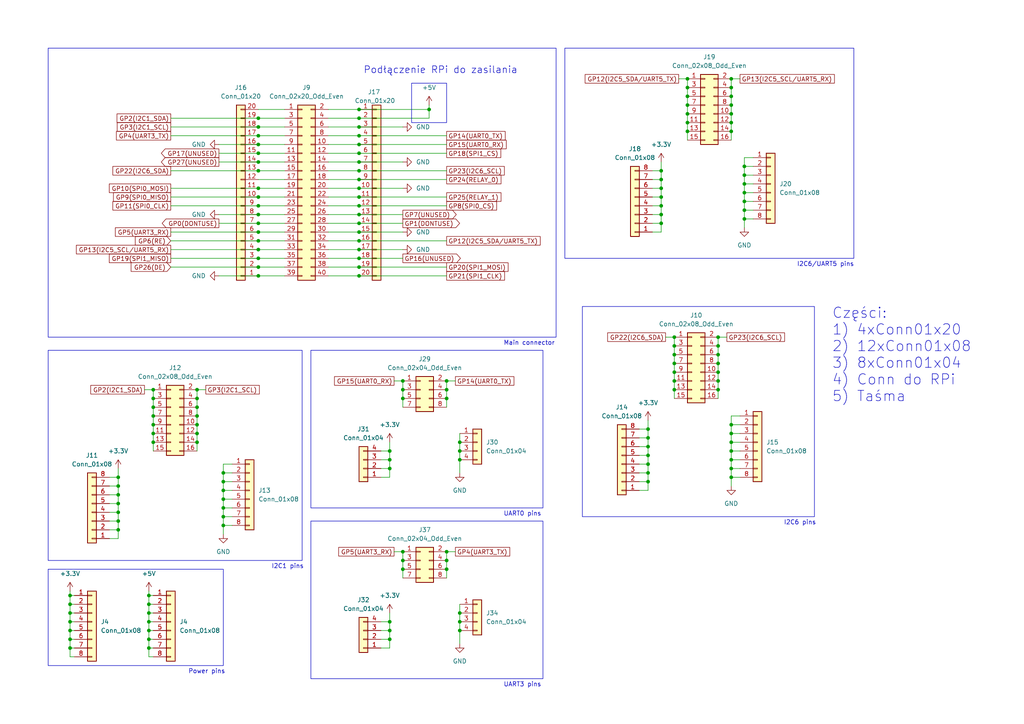
<source format=kicad_sch>
(kicad_sch (version 20230121) (generator eeschema)
  (paper "A4")
  (lib_symbols
    (symbol "Connector_Generic:Conn_01x04" (pin_names (offset 1.016) hide)
      (property "Reference" "J" (at 0 5.08 0))
      (property "Value" "Conn_01x04" (at 0 -7.62 0))
      (symbol "Conn_01x04_1_1"
        (pin passive line (at -5.08 2.54 0) (length 3.81) (name "Pin_1") (number "1"))
        (pin passive line (at -5.08 0 0) (length 3.81) (name "Pin_2") (number "2"))
        (pin passive line (at -5.08 -2.54 0) (length 3.81) (name "Pin_3") (number "3"))
        (pin passive line (at -5.08 -5.08 0) (length 3.81) (name "Pin_4") (number "4"))
      )
    )
    (symbol "Connector_Generic:Conn_01x08" (pin_names (offset 1.016) hide)
      (property "Reference" "J" (at 0 10.16 0))
      (property "Value" "Conn_01x08" (at 0 -12.7 0))
      (symbol "Conn_01x08_1_1"
        (pin passive line (at -5.08 7.62 0) (length 3.81) (name "Pin_1") (number "1"))
        (pin passive line (at -5.08 5.08 0) (length 3.81) (name "Pin_2") (number "2"))
        (pin passive line (at -5.08 2.54 0) (length 3.81) (name "Pin_3") (number "3"))
        (pin passive line (at -5.08 0 0) (length 3.81) (name "Pin_4") (number "4"))
        (pin passive line (at -5.08 -2.54 0) (length 3.81) (name "Pin_5") (number "5"))
        (pin passive line (at -5.08 -5.08 0) (length 3.81) (name "Pin_6") (number "6"))
        (pin passive line (at -5.08 -7.62 0) (length 3.81) (name "Pin_7") (number "7"))
        (pin passive line (at -5.08 -10.16 0) (length 3.81) (name "Pin_8") (number "8"))
      )
    )
    (symbol "Connector_Generic:Conn_01x20" (pin_names (offset 1.016) hide)
      (property "Reference" "J" (at 0 25.4 0))
      (property "Value" "Conn_01x20" (at 0 -27.94 0))
      (symbol "Conn_01x20_1_1"
        (pin passive line (at -5.08 22.86 0) (length 3.81) (name "Pin_1") (number "1"))
        (pin passive line (at -5.08 0 0) (length 3.81) (name "Pin_10") (number "10"))
        (pin passive line (at -5.08 -2.54 0) (length 3.81) (name "Pin_11") (number "11"))
        (pin passive line (at -5.08 -5.08 0) (length 3.81) (name "Pin_12") (number "12"))
        (pin passive line (at -5.08 -7.62 0) (length 3.81) (name "Pin_13") (number "13"))
        (pin passive line (at -5.08 -10.16 0) (length 3.81) (name "Pin_14") (number "14"))
        (pin passive line (at -5.08 -12.7 0) (length 3.81) (name "Pin_15") (number "15"))
        (pin passive line (at -5.08 -15.24 0) (length 3.81) (name "Pin_16") (number "16"))
        (pin passive line (at -5.08 -17.78 0) (length 3.81) (name "Pin_17") (number "17"))
        (pin passive line (at -5.08 -20.32 0) (length 3.81) (name "Pin_18") (number "18"))
        (pin passive line (at -5.08 -22.86 0) (length 3.81) (name "Pin_19") (number "19"))
        (pin passive line (at -5.08 20.32 0) (length 3.81) (name "Pin_2") (number "2"))
        (pin passive line (at -5.08 -25.4 0) (length 3.81) (name "Pin_20") (number "20"))
        (pin passive line (at -5.08 17.78 0) (length 3.81) (name "Pin_3") (number "3"))
        (pin passive line (at -5.08 15.24 0) (length 3.81) (name "Pin_4") (number "4"))
        (pin passive line (at -5.08 12.7 0) (length 3.81) (name "Pin_5") (number "5"))
        (pin passive line (at -5.08 10.16 0) (length 3.81) (name "Pin_6") (number "6"))
        (pin passive line (at -5.08 7.62 0) (length 3.81) (name "Pin_7") (number "7"))
        (pin passive line (at -5.08 5.08 0) (length 3.81) (name "Pin_8") (number "8"))
        (pin passive line (at -5.08 2.54 0) (length 3.81) (name "Pin_9") (number "9"))
      )
    )
    (symbol "Connector_Generic:Conn_02x04_Odd_Even" (pin_names (offset 1.016) hide)
      (property "Reference" "J" (at 1.27 5.08 0))
      (property "Value" "Conn_02x04_Odd_Even" (at 1.27 -7.62 0))
      (symbol "Conn_02x04_Odd_Even_1_1"
        (pin passive line (at -5.08 2.54 0) (length 3.81) (name "Pin_1") (number "1"))
        (pin passive line (at 7.62 2.54 180) (length 3.81) (name "Pin_2") (number "2"))
        (pin passive line (at -5.08 0 0) (length 3.81) (name "Pin_3") (number "3"))
        (pin passive line (at 7.62 0 180) (length 3.81) (name "Pin_4") (number "4"))
        (pin passive line (at -5.08 -2.54 0) (length 3.81) (name "Pin_5") (number "5"))
        (pin passive line (at 7.62 -2.54 180) (length 3.81) (name "Pin_6") (number "6"))
        (pin passive line (at -5.08 -5.08 0) (length 3.81) (name "Pin_7") (number "7"))
        (pin passive line (at 7.62 -5.08 180) (length 3.81) (name "Pin_8") (number "8"))
      )
    )
    (symbol "Connector_Generic:Conn_02x08_Odd_Even" (pin_names (offset 1.016) hide)
      (property "Reference" "J" (at 1.27 10.16 0))
      (property "Value" "Conn_02x08_Odd_Even" (at 1.27 -12.7 0))
      (symbol "Conn_02x08_Odd_Even_1_1"
        (pin passive line (at -5.08 7.62 0) (length 3.81) (name "Pin_1") (number "1"))
        (pin passive line (at 7.62 -2.54 180) (length 3.81) (name "Pin_10") (number "10"))
        (pin passive line (at -5.08 -5.08 0) (length 3.81) (name "Pin_11") (number "11"))
        (pin passive line (at 7.62 -5.08 180) (length 3.81) (name "Pin_12") (number "12"))
        (pin passive line (at -5.08 -7.62 0) (length 3.81) (name "Pin_13") (number "13"))
        (pin passive line (at 7.62 -7.62 180) (length 3.81) (name "Pin_14") (number "14"))
        (pin passive line (at -5.08 -10.16 0) (length 3.81) (name "Pin_15") (number "15"))
        (pin passive line (at 7.62 -10.16 180) (length 3.81) (name "Pin_16") (number "16"))
        (pin passive line (at 7.62 7.62 180) (length 3.81) (name "Pin_2") (number "2"))
        (pin passive line (at -5.08 5.08 0) (length 3.81) (name "Pin_3") (number "3"))
        (pin passive line (at 7.62 5.08 180) (length 3.81) (name "Pin_4") (number "4"))
        (pin passive line (at -5.08 2.54 0) (length 3.81) (name "Pin_5") (number "5"))
        (pin passive line (at 7.62 2.54 180) (length 3.81) (name "Pin_6") (number "6"))
        (pin passive line (at -5.08 0 0) (length 3.81) (name "Pin_7") (number "7"))
        (pin passive line (at 7.62 0 180) (length 3.81) (name "Pin_8") (number "8"))
        (pin passive line (at -5.08 -2.54 0) (length 3.81) (name "Pin_9") (number "9"))
      )
    )
    (symbol "Connector_Generic:Conn_02x20_Odd_Even" (pin_names (offset 1.016) hide)
      (property "Reference" "J" (at 1.27 25.4 0))
      (property "Value" "Conn_02x20_Odd_Even" (at 1.27 -27.94 0))
      (symbol "Conn_02x20_Odd_Even_1_1"
        (pin passive line (at -5.08 22.86 0) (length 3.81) (name "Pin_1") (number "1"))
        (pin passive line (at 7.62 12.7 180) (length 3.81) (name "Pin_10") (number "10"))
        (pin passive line (at -5.08 10.16 0) (length 3.81) (name "Pin_11") (number "11"))
        (pin passive line (at 7.62 10.16 180) (length 3.81) (name "Pin_12") (number "12"))
        (pin passive line (at -5.08 7.62 0) (length 3.81) (name "Pin_13") (number "13"))
        (pin passive line (at 7.62 7.62 180) (length 3.81) (name "Pin_14") (number "14"))
        (pin passive line (at -5.08 5.08 0) (length 3.81) (name "Pin_15") (number "15"))
        (pin passive line (at 7.62 5.08 180) (length 3.81) (name "Pin_16") (number "16"))
        (pin passive line (at -5.08 2.54 0) (length 3.81) (name "Pin_17") (number "17"))
        (pin passive line (at 7.62 2.54 180) (length 3.81) (name "Pin_18") (number "18"))
        (pin passive line (at -5.08 0 0) (length 3.81) (name "Pin_19") (number "19"))
        (pin passive line (at 7.62 22.86 180) (length 3.81) (name "Pin_2") (number "2"))
        (pin passive line (at 7.62 0 180) (length 3.81) (name "Pin_20") (number "20"))
        (pin passive line (at -5.08 -2.54 0) (length 3.81) (name "Pin_21") (number "21"))
        (pin passive line (at 7.62 -2.54 180) (length 3.81) (name "Pin_22") (number "22"))
        (pin passive line (at -5.08 -5.08 0) (length 3.81) (name "Pin_23") (number "23"))
        (pin passive line (at 7.62 -5.08 180) (length 3.81) (name "Pin_24") (number "24"))
        (pin passive line (at -5.08 -7.62 0) (length 3.81) (name "Pin_25") (number "25"))
        (pin passive line (at 7.62 -7.62 180) (length 3.81) (name "Pin_26") (number "26"))
        (pin passive line (at -5.08 -10.16 0) (length 3.81) (name "Pin_27") (number "27"))
        (pin passive line (at 7.62 -10.16 180) (length 3.81) (name "Pin_28") (number "28"))
        (pin passive line (at -5.08 -12.7 0) (length 3.81) (name "Pin_29") (number "29"))
        (pin passive line (at -5.08 20.32 0) (length 3.81) (name "Pin_3") (number "3"))
        (pin passive line (at 7.62 -12.7 180) (length 3.81) (name "Pin_30") (number "30"))
        (pin passive line (at -5.08 -15.24 0) (length 3.81) (name "Pin_31") (number "31"))
        (pin passive line (at 7.62 -15.24 180) (length 3.81) (name "Pin_32") (number "32"))
        (pin passive line (at -5.08 -17.78 0) (length 3.81) (name "Pin_33") (number "33"))
        (pin passive line (at 7.62 -17.78 180) (length 3.81) (name "Pin_34") (number "34"))
        (pin passive line (at -5.08 -20.32 0) (length 3.81) (name "Pin_35") (number "35"))
        (pin passive line (at 7.62 -20.32 180) (length 3.81) (name "Pin_36") (number "36"))
        (pin passive line (at -5.08 -22.86 0) (length 3.81) (name "Pin_37") (number "37"))
        (pin passive line (at 7.62 -22.86 180) (length 3.81) (name "Pin_38") (number "38"))
        (pin passive line (at -5.08 -25.4 0) (length 3.81) (name "Pin_39") (number "39"))
        (pin passive line (at 7.62 20.32 180) (length 3.81) (name "Pin_4") (number "4"))
        (pin passive line (at 7.62 -25.4 180) (length 3.81) (name "Pin_40") (number "40"))
        (pin passive line (at -5.08 17.78 0) (length 3.81) (name "Pin_5") (number "5"))
        (pin passive line (at 7.62 17.78 180) (length 3.81) (name "Pin_6") (number "6"))
        (pin passive line (at -5.08 15.24 0) (length 3.81) (name "Pin_7") (number "7"))
        (pin passive line (at 7.62 15.24 180) (length 3.81) (name "Pin_8") (number "8"))
        (pin passive line (at -5.08 12.7 0) (length 3.81) (name "Pin_9") (number "9"))
      )
    )
    (symbol "power:+3.3V" (power) (pin_names (offset 0))
      (property "Value" "+3.3V" (at 0 3.556 0))
      (symbol "+3.3V_1_1"
        (pin power_in line (at 0 0 90) (length 0) hide (name "+3.3V") (number "1"))
      )
    )
    (symbol "power:+5V" (power) (pin_names (offset 0))
      (property "Value" "+5V" (at 0 3.556 0))
      (symbol "+5V_1_1"
        (pin power_in line (at 0 0 90) (length 0) hide (name "+5V") (number "1"))
      )
    )
    (symbol "power:GND" (power) (pin_names (offset 0))
      (property "Value" "GND" (at 0 -3.81 0))
      (symbol "GND_1_1"
        (pin power_in line (at 0 0 270) (length 0) hide (name "GND") (number "1"))
      )
    )
  )
  (junction (at 116.84 110.49))
  (junction (at 208.28 105.41))
  (junction (at 74.93 77.47))
  (junction (at 20.32 172.72))
  (junction (at 195.58 105.41))
  (junction (at 215.9 55.88))
  (junction (at 74.93 36.83))
  (junction (at 34.29 140.97))
  (junction (at 133.35 177.8))
  (junction (at 104.14 39.37))
  (junction (at 191.77 57.15))
  (junction (at 195.58 110.49))
  (junction (at 195.58 113.03))
  (junction (at 208.28 97.79))
  (junction (at 74.93 39.37))
  (junction (at 113.03 135.89))
  (junction (at 212.09 125.73))
  (junction (at 57.15 128.27))
  (junction (at 43.18 182.88))
  (junction (at 20.32 185.42))
  (junction (at 104.14 62.23))
  (junction (at 104.14 64.77))
  (junction (at 104.14 49.53))
  (junction (at 208.28 107.95))
  (junction (at 44.45 115.57))
  (junction (at 104.14 41.91))
  (junction (at 208.28 113.03))
  (junction (at 74.93 44.45))
  (junction (at 191.77 64.77))
  (junction (at 129.54 110.49))
  (junction (at 104.14 31.75))
  (junction (at 104.14 59.69))
  (junction (at 208.28 100.33))
  (junction (at 191.77 62.23))
  (junction (at 212.09 25.4))
  (junction (at 64.77 144.78))
  (junction (at 34.29 153.67))
  (junction (at 133.35 130.81))
  (junction (at 208.28 102.87))
  (junction (at 116.84 115.57))
  (junction (at 212.09 128.27))
  (junction (at 104.14 34.29))
  (junction (at 74.93 62.23))
  (junction (at 43.18 177.8))
  (junction (at 187.96 137.16))
  (junction (at 20.32 175.26))
  (junction (at 212.09 33.02))
  (junction (at 64.77 137.16))
  (junction (at 34.29 148.59))
  (junction (at 215.9 58.42))
  (junction (at 44.45 128.27))
  (junction (at 74.93 64.77))
  (junction (at 212.09 38.1))
  (junction (at 215.9 50.8))
  (junction (at 191.77 54.61))
  (junction (at 104.14 74.93))
  (junction (at 104.14 72.39))
  (junction (at 212.09 133.35))
  (junction (at 133.35 128.27))
  (junction (at 104.14 54.61))
  (junction (at 64.77 139.7))
  (junction (at 43.18 175.26))
  (junction (at 191.77 49.53))
  (junction (at 104.14 77.47))
  (junction (at 20.32 182.88))
  (junction (at 43.18 180.34))
  (junction (at 64.77 152.4))
  (junction (at 187.96 139.7))
  (junction (at 44.45 118.11))
  (junction (at 212.09 30.48))
  (junction (at 74.93 72.39))
  (junction (at 116.84 162.56))
  (junction (at 187.96 132.08))
  (junction (at 191.77 59.69))
  (junction (at 199.39 30.48))
  (junction (at 187.96 127))
  (junction (at 212.09 22.86))
  (junction (at 20.32 177.8))
  (junction (at 215.9 53.34))
  (junction (at 104.14 52.07))
  (junction (at 57.15 125.73))
  (junction (at 64.77 147.32))
  (junction (at 195.58 97.79))
  (junction (at 64.77 149.86))
  (junction (at 195.58 100.33))
  (junction (at 199.39 38.1))
  (junction (at 74.93 34.29))
  (junction (at 74.93 67.31))
  (junction (at 129.54 115.57))
  (junction (at 74.93 46.99))
  (junction (at 74.93 54.61))
  (junction (at 44.45 113.03))
  (junction (at 212.09 130.81))
  (junction (at 199.39 33.02))
  (junction (at 116.84 113.03))
  (junction (at 43.18 187.96))
  (junction (at 43.18 172.72))
  (junction (at 133.35 182.88))
  (junction (at 44.45 120.65))
  (junction (at 57.15 118.11))
  (junction (at 74.93 74.93))
  (junction (at 124.46 31.75))
  (junction (at 113.03 133.35))
  (junction (at 57.15 115.57))
  (junction (at 215.9 48.26))
  (junction (at 215.9 60.96))
  (junction (at 74.93 59.69))
  (junction (at 113.03 182.88))
  (junction (at 187.96 129.54))
  (junction (at 34.29 143.51))
  (junction (at 34.29 146.05))
  (junction (at 104.14 69.85))
  (junction (at 195.58 102.87))
  (junction (at 199.39 22.86))
  (junction (at 212.09 123.19))
  (junction (at 129.54 160.02))
  (junction (at 104.14 46.99))
  (junction (at 64.77 142.24))
  (junction (at 57.15 120.65))
  (junction (at 133.35 133.35))
  (junction (at 104.14 44.45))
  (junction (at 34.29 138.43))
  (junction (at 212.09 135.89))
  (junction (at 57.15 113.03))
  (junction (at 129.54 162.56))
  (junction (at 199.39 27.94))
  (junction (at 208.28 110.49))
  (junction (at 215.9 63.5))
  (junction (at 113.03 185.42))
  (junction (at 20.32 180.34))
  (junction (at 104.14 80.01))
  (junction (at 74.93 49.53))
  (junction (at 74.93 80.01))
  (junction (at 133.35 180.34))
  (junction (at 195.58 107.95))
  (junction (at 20.32 187.96))
  (junction (at 129.54 113.03))
  (junction (at 113.03 130.81))
  (junction (at 113.03 180.34))
  (junction (at 44.45 125.73))
  (junction (at 43.18 185.42))
  (junction (at 212.09 27.94))
  (junction (at 44.45 123.19))
  (junction (at 34.29 151.13))
  (junction (at 104.14 57.15))
  (junction (at 212.09 138.43))
  (junction (at 116.84 160.02))
  (junction (at 74.93 69.85))
  (junction (at 57.15 123.19))
  (junction (at 74.93 41.91))
  (junction (at 116.84 165.1))
  (junction (at 191.77 52.07))
  (junction (at 104.14 67.31))
  (junction (at 199.39 25.4))
  (junction (at 187.96 124.46))
  (junction (at 187.96 134.62))
  (junction (at 212.09 35.56))
  (junction (at 199.39 35.56))
  (junction (at 74.93 57.15))
  (junction (at 104.14 36.83))
  (junction (at 129.54 165.1))
  (wire (pts (xy 129.54 110.49) (xy 129.54 113.03)))
  (wire (pts (xy 214.63 138.43) (xy 212.09 138.43)))
  (wire (pts (xy 49.53 49.53) (xy 74.93 49.53)))
  (wire (pts (xy 95.25 31.75) (xy 104.14 31.75)))
  (wire (pts (xy 208.28 97.79) (xy 208.28 100.33)))
  (wire (pts (xy 104.14 44.45) (xy 129.54 44.45)))
  (wire (pts (xy 104.14 57.15) (xy 129.54 57.15)))
  (wire (pts (xy 218.44 55.88) (xy 215.9 55.88)))
  (wire (pts (xy 57.15 120.65) (xy 57.15 123.19)))
  (wire (pts (xy 95.25 74.93) (xy 104.14 74.93)))
  (wire (pts (xy 104.14 34.29) (xy 124.46 34.29)))
  (wire (pts (xy 57.15 123.19) (xy 57.15 125.73)))
  (wire (pts (xy 74.93 59.69) (xy 82.55 59.69)))
  (wire (pts (xy 20.32 175.26) (xy 20.32 177.8)))
  (wire (pts (xy 214.63 133.35) (xy 212.09 133.35)))
  (wire (pts (xy 187.96 142.24) (xy 187.96 139.7)))
  (wire (pts (xy 104.14 54.61) (xy 116.84 54.61)))
  (wire (pts (xy 116.84 160.02) (xy 116.84 162.56)))
  (wire (pts (xy 74.93 80.01) (xy 82.55 80.01)))
  (wire (pts (xy 187.96 129.54) (xy 187.96 127)))
  (wire (pts (xy 49.53 59.69) (xy 74.93 59.69)))
  (wire (pts (xy 185.42 127) (xy 187.96 127)))
  (wire (pts (xy 20.32 172.72) (xy 21.59 172.72)))
  (wire (pts (xy 41.91 113.03) (xy 44.45 113.03)))
  (wire (pts (xy 20.32 172.72) (xy 20.32 175.26)))
  (wire (pts (xy 189.23 52.07) (xy 191.77 52.07)))
  (wire (pts (xy 114.3 110.49) (xy 116.84 110.49)))
  (wire (pts (xy 215.9 55.88) (xy 215.9 58.42)))
  (wire (pts (xy 129.54 110.49) (xy 132.08 110.49)))
  (wire (pts (xy 113.03 130.81) (xy 113.03 128.27)))
  (wire (pts (xy 43.18 187.96) (xy 43.18 190.5)))
  (wire (pts (xy 31.75 143.51) (xy 34.29 143.51)))
  (wire (pts (xy 31.75 138.43) (xy 34.29 138.43)))
  (wire (pts (xy 104.14 39.37) (xy 129.54 39.37)))
  (wire (pts (xy 63.5 46.99) (xy 74.93 46.99)))
  (wire (pts (xy 129.54 160.02) (xy 129.54 162.56)))
  (wire (pts (xy 95.25 72.39) (xy 104.14 72.39)))
  (wire (pts (xy 113.03 130.81) (xy 113.03 133.35)))
  (wire (pts (xy 74.93 41.91) (xy 82.55 41.91)))
  (wire (pts (xy 212.09 33.02) (xy 212.09 35.56)))
  (wire (pts (xy 214.63 125.73) (xy 212.09 125.73)))
  (wire (pts (xy 114.3 160.02) (xy 116.84 160.02)))
  (wire (pts (xy 212.09 22.86) (xy 212.09 25.4)))
  (wire (pts (xy 110.49 187.96) (xy 113.03 187.96)))
  (wire (pts (xy 74.93 44.45) (xy 82.55 44.45)))
  (wire (pts (xy 31.75 140.97) (xy 34.29 140.97)))
  (wire (pts (xy 133.35 182.88) (xy 133.35 186.69)))
  (wire (pts (xy 215.9 50.8) (xy 215.9 53.34)))
  (wire (pts (xy 74.93 39.37) (xy 82.55 39.37)))
  (wire (pts (xy 113.03 187.96) (xy 113.03 185.42)))
  (wire (pts (xy 34.29 148.59) (xy 34.29 146.05)))
  (wire (pts (xy 110.49 185.42) (xy 113.03 185.42)))
  (wire (pts (xy 212.09 128.27) (xy 212.09 130.81)))
  (wire (pts (xy 57.15 113.03) (xy 57.15 115.57)))
  (wire (pts (xy 185.42 132.08) (xy 187.96 132.08)))
  (wire (pts (xy 218.44 48.26) (xy 215.9 48.26)))
  (wire (pts (xy 67.31 147.32) (xy 64.77 147.32)))
  (wire (pts (xy 185.42 139.7) (xy 187.96 139.7)))
  (wire (pts (xy 63.5 41.91) (xy 74.93 41.91)))
  (wire (pts (xy 57.15 128.27) (xy 57.15 130.81)))
  (wire (pts (xy 104.14 74.93) (xy 116.84 74.93)))
  (wire (pts (xy 20.32 177.8) (xy 20.32 180.34)))
  (wire (pts (xy 43.18 175.26) (xy 44.45 175.26)))
  (wire (pts (xy 187.96 139.7) (xy 187.96 137.16)))
  (wire (pts (xy 43.18 177.8) (xy 44.45 177.8)))
  (wire (pts (xy 20.32 180.34) (xy 20.32 182.88)))
  (wire (pts (xy 116.84 162.56) (xy 116.84 165.1)))
  (wire (pts (xy 212.09 30.48) (xy 212.09 33.02)))
  (wire (pts (xy 195.58 97.79) (xy 195.58 100.33)))
  (wire (pts (xy 212.09 22.86) (xy 214.63 22.86)))
  (wire (pts (xy 95.25 36.83) (xy 104.14 36.83)))
  (wire (pts (xy 215.9 58.42) (xy 215.9 60.96)))
  (wire (pts (xy 31.75 156.21) (xy 34.29 156.21)))
  (wire (pts (xy 110.49 180.34) (xy 113.03 180.34)))
  (wire (pts (xy 218.44 63.5) (xy 215.9 63.5)))
  (wire (pts (xy 20.32 187.96) (xy 21.59 187.96)))
  (wire (pts (xy 208.28 105.41) (xy 208.28 107.95)))
  (wire (pts (xy 74.93 31.75) (xy 82.55 31.75)))
  (wire (pts (xy 185.42 124.46) (xy 187.96 124.46)))
  (wire (pts (xy 218.44 58.42) (xy 215.9 58.42)))
  (wire (pts (xy 214.63 135.89) (xy 212.09 135.89)))
  (wire (pts (xy 34.29 153.67) (xy 34.29 151.13)))
  (wire (pts (xy 67.31 139.7) (xy 64.77 139.7)))
  (wire (pts (xy 191.77 49.53) (xy 191.77 52.07)))
  (wire (pts (xy 104.14 69.85) (xy 129.54 69.85)))
  (wire (pts (xy 74.93 49.53) (xy 82.55 49.53)))
  (wire (pts (xy 34.29 146.05) (xy 34.29 143.51)))
  (wire (pts (xy 43.18 175.26) (xy 43.18 177.8)))
  (wire (pts (xy 34.29 151.13) (xy 34.29 148.59)))
  (wire (pts (xy 43.18 182.88) (xy 43.18 185.42)))
  (wire (pts (xy 199.39 38.1) (xy 199.39 40.64)))
  (wire (pts (xy 20.32 185.42) (xy 21.59 185.42)))
  (wire (pts (xy 133.35 180.34) (xy 133.35 177.8)))
  (wire (pts (xy 214.63 120.65) (xy 212.09 120.65)))
  (wire (pts (xy 95.25 34.29) (xy 104.14 34.29)))
  (wire (pts (xy 215.9 48.26) (xy 215.9 50.8)))
  (wire (pts (xy 20.32 177.8) (xy 21.59 177.8)))
  (wire (pts (xy 187.96 124.46) (xy 187.96 121.92)))
  (wire (pts (xy 95.25 59.69) (xy 104.14 59.69)))
  (wire (pts (xy 74.93 64.77) (xy 82.55 64.77)))
  (wire (pts (xy 104.14 59.69) (xy 129.54 59.69)))
  (wire (pts (xy 212.09 35.56) (xy 212.09 38.1)))
  (wire (pts (xy 67.31 152.4) (xy 64.77 152.4)))
  (wire (pts (xy 189.23 57.15) (xy 191.77 57.15)))
  (wire (pts (xy 212.09 138.43) (xy 212.09 140.97)))
  (wire (pts (xy 74.93 57.15) (xy 82.55 57.15)))
  (wire (pts (xy 44.45 190.5) (xy 43.18 190.5)))
  (wire (pts (xy 74.93 36.83) (xy 82.55 36.83)))
  (wire (pts (xy 124.46 31.75) (xy 124.46 34.29)))
  (wire (pts (xy 74.93 52.07) (xy 82.55 52.07)))
  (wire (pts (xy 212.09 120.65) (xy 212.09 123.19)))
  (wire (pts (xy 104.14 31.75) (xy 124.46 31.75)))
  (wire (pts (xy 43.18 177.8) (xy 43.18 180.34)))
  (wire (pts (xy 64.77 147.32) (xy 64.77 149.86)))
  (wire (pts (xy 199.39 27.94) (xy 199.39 30.48)))
  (wire (pts (xy 212.09 25.4) (xy 212.09 27.94)))
  (wire (pts (xy 133.35 133.35) (xy 133.35 130.81)))
  (wire (pts (xy 187.96 124.46) (xy 187.96 127)))
  (wire (pts (xy 74.93 69.85) (xy 82.55 69.85)))
  (wire (pts (xy 74.93 77.47) (xy 82.55 77.47)))
  (wire (pts (xy 215.9 60.96) (xy 215.9 63.5)))
  (wire (pts (xy 185.42 137.16) (xy 187.96 137.16)))
  (wire (pts (xy 49.53 39.37) (xy 74.93 39.37)))
  (wire (pts (xy 31.75 151.13) (xy 34.29 151.13)))
  (wire (pts (xy 43.18 187.96) (xy 44.45 187.96)))
  (wire (pts (xy 191.77 62.23) (xy 191.77 59.69)))
  (wire (pts (xy 195.58 110.49) (xy 195.58 113.03)))
  (wire (pts (xy 110.49 133.35) (xy 113.03 133.35)))
  (wire (pts (xy 74.93 74.93) (xy 82.55 74.93)))
  (wire (pts (xy 187.96 132.08) (xy 187.96 129.54)))
  (wire (pts (xy 49.53 72.39) (xy 74.93 72.39)))
  (wire (pts (xy 95.25 54.61) (xy 104.14 54.61)))
  (wire (pts (xy 95.25 44.45) (xy 104.14 44.45)))
  (wire (pts (xy 20.32 171.45) (xy 20.32 172.72)))
  (wire (pts (xy 95.25 67.31) (xy 104.14 67.31)))
  (wire (pts (xy 199.39 25.4) (xy 199.39 27.94)))
  (wire (pts (xy 104.14 36.83) (xy 116.84 36.83)))
  (wire (pts (xy 191.77 67.31) (xy 191.77 64.77)))
  (wire (pts (xy 113.03 138.43) (xy 113.03 135.89)))
  (wire (pts (xy 64.77 134.62) (xy 64.77 137.16)))
  (wire (pts (xy 34.29 138.43) (xy 34.29 140.97)))
  (wire (pts (xy 104.14 72.39) (xy 116.84 72.39)))
  (wire (pts (xy 44.45 115.57) (xy 44.45 118.11)))
  (wire (pts (xy 129.54 162.56) (xy 129.54 165.1)))
  (wire (pts (xy 57.15 115.57) (xy 57.15 118.11)))
  (wire (pts (xy 199.39 30.48) (xy 199.39 33.02)))
  (wire (pts (xy 49.53 67.31) (xy 74.93 67.31)))
  (wire (pts (xy 212.09 135.89) (xy 212.09 138.43)))
  (wire (pts (xy 20.32 182.88) (xy 20.32 185.42)))
  (wire (pts (xy 31.75 153.67) (xy 34.29 153.67)))
  (wire (pts (xy 104.14 62.23) (xy 116.84 62.23)))
  (wire (pts (xy 191.77 49.53) (xy 191.77 46.99)))
  (wire (pts (xy 63.5 64.77) (xy 74.93 64.77)))
  (wire (pts (xy 191.77 54.61) (xy 191.77 52.07)))
  (wire (pts (xy 67.31 144.78) (xy 64.77 144.78)))
  (wire (pts (xy 189.23 67.31) (xy 191.77 67.31)))
  (wire (pts (xy 74.93 46.99) (xy 82.55 46.99)))
  (wire (pts (xy 104.14 52.07) (xy 129.54 52.07)))
  (wire (pts (xy 208.28 102.87) (xy 208.28 105.41)))
  (wire (pts (xy 74.93 34.29) (xy 82.55 34.29)))
  (wire (pts (xy 113.03 180.34) (xy 113.03 177.8)))
  (wire (pts (xy 116.84 115.57) (xy 116.84 118.11)))
  (wire (pts (xy 63.5 80.01) (xy 74.93 80.01)))
  (wire (pts (xy 20.32 190.5) (xy 21.59 190.5)))
  (wire (pts (xy 49.53 36.83) (xy 74.93 36.83)))
  (wire (pts (xy 195.58 113.03) (xy 195.58 115.57)))
  (wire (pts (xy 129.54 113.03) (xy 129.54 115.57)))
  (wire (pts (xy 44.45 113.03) (xy 44.45 115.57)))
  (wire (pts (xy 113.03 180.34) (xy 113.03 182.88)))
  (wire (pts (xy 133.35 182.88) (xy 133.35 180.34)))
  (wire (pts (xy 20.32 185.42) (xy 20.32 187.96)))
  (wire (pts (xy 214.63 130.81) (xy 212.09 130.81)))
  (wire (pts (xy 57.15 125.73) (xy 57.15 128.27)))
  (wire (pts (xy 44.45 172.72) (xy 43.18 172.72)))
  (wire (pts (xy 67.31 137.16) (xy 64.77 137.16)))
  (wire (pts (xy 215.9 63.5) (xy 215.9 66.04)))
  (wire (pts (xy 49.53 34.29) (xy 74.93 34.29)))
  (wire (pts (xy 95.25 39.37) (xy 104.14 39.37)))
  (wire (pts (xy 199.39 22.86) (xy 199.39 25.4)))
  (wire (pts (xy 133.35 130.81) (xy 133.35 128.27)))
  (wire (pts (xy 116.84 165.1) (xy 116.84 167.64)))
  (wire (pts (xy 95.25 80.01) (xy 104.14 80.01)))
  (wire (pts (xy 43.18 180.34) (xy 43.18 182.88)))
  (wire (pts (xy 95.25 57.15) (xy 104.14 57.15)))
  (wire (pts (xy 189.23 54.61) (xy 191.77 54.61)))
  (wire (pts (xy 215.9 53.34) (xy 215.9 55.88)))
  (wire (pts (xy 199.39 35.56) (xy 199.39 38.1)))
  (wire (pts (xy 57.15 118.11) (xy 57.15 120.65)))
  (wire (pts (xy 124.46 30.48) (xy 124.46 31.75)))
  (wire (pts (xy 187.96 137.16) (xy 187.96 134.62)))
  (wire (pts (xy 74.93 72.39) (xy 82.55 72.39)))
  (wire (pts (xy 104.14 77.47) (xy 129.54 77.47)))
  (wire (pts (xy 49.53 69.85) (xy 74.93 69.85)))
  (wire (pts (xy 49.53 54.61) (xy 74.93 54.61)))
  (wire (pts (xy 43.18 180.34) (xy 44.45 180.34)))
  (wire (pts (xy 133.35 175.26) (xy 133.35 177.8)))
  (wire (pts (xy 64.77 144.78) (xy 64.77 147.32)))
  (wire (pts (xy 34.29 143.51) (xy 34.29 140.97)))
  (wire (pts (xy 43.18 172.72) (xy 43.18 171.45)))
  (wire (pts (xy 67.31 134.62) (xy 64.77 134.62)))
  (wire (pts (xy 189.23 62.23) (xy 191.77 62.23)))
  (wire (pts (xy 43.18 185.42) (xy 44.45 185.42)))
  (wire (pts (xy 110.49 182.88) (xy 113.03 182.88)))
  (wire (pts (xy 218.44 53.34) (xy 215.9 53.34)))
  (wire (pts (xy 104.14 67.31) (xy 116.84 67.31)))
  (wire (pts (xy 95.25 41.91) (xy 104.14 41.91)))
  (wire (pts (xy 43.18 182.88) (xy 44.45 182.88)))
  (wire (pts (xy 44.45 128.27) (xy 44.45 130.81)))
  (wire (pts (xy 95.25 64.77) (xy 104.14 64.77)))
  (wire (pts (xy 212.09 123.19) (xy 212.09 125.73)))
  (wire (pts (xy 44.45 125.73) (xy 44.45 128.27)))
  (wire (pts (xy 212.09 130.81) (xy 212.09 133.35)))
  (wire (pts (xy 212.09 133.35) (xy 212.09 135.89)))
  (wire (pts (xy 110.49 135.89) (xy 113.03 135.89)))
  (wire (pts (xy 44.45 123.19) (xy 44.45 125.73)))
  (wire (pts (xy 104.14 49.53) (xy 129.54 49.53)))
  (wire (pts (xy 110.49 130.81) (xy 113.03 130.81)))
  (wire (pts (xy 64.77 152.4) (xy 64.77 154.94)))
  (wire (pts (xy 116.84 113.03) (xy 116.84 115.57)))
  (wire (pts (xy 104.14 80.01) (xy 129.54 80.01)))
  (wire (pts (xy 208.28 113.03) (xy 208.28 115.57)))
  (wire (pts (xy 67.31 149.86) (xy 64.77 149.86)))
  (wire (pts (xy 133.35 125.73) (xy 133.35 128.27)))
  (wire (pts (xy 218.44 45.72) (xy 215.9 45.72)))
  (wire (pts (xy 74.93 54.61) (xy 82.55 54.61)))
  (wire (pts (xy 191.77 57.15) (xy 191.77 54.61)))
  (wire (pts (xy 113.03 185.42) (xy 113.03 182.88)))
  (wire (pts (xy 95.25 49.53) (xy 104.14 49.53)))
  (wire (pts (xy 49.53 74.93) (xy 74.93 74.93)))
  (wire (pts (xy 189.23 49.53) (xy 191.77 49.53)))
  (wire (pts (xy 185.42 142.24) (xy 187.96 142.24)))
  (wire (pts (xy 20.32 175.26) (xy 21.59 175.26)))
  (wire (pts (xy 104.14 46.99) (xy 116.84 46.99)))
  (wire (pts (xy 195.58 107.95) (xy 195.58 110.49)))
  (wire (pts (xy 67.31 142.24) (xy 64.77 142.24)))
  (wire (pts (xy 64.77 137.16) (xy 64.77 139.7)))
  (wire (pts (xy 110.49 138.43) (xy 113.03 138.43)))
  (wire (pts (xy 185.42 129.54) (xy 187.96 129.54)))
  (wire (pts (xy 212.09 27.94) (xy 212.09 30.48)))
  (wire (pts (xy 189.23 59.69) (xy 191.77 59.69)))
  (wire (pts (xy 193.04 97.79) (xy 195.58 97.79)))
  (wire (pts (xy 63.5 62.23) (xy 74.93 62.23)))
  (wire (pts (xy 64.77 149.86) (xy 64.77 152.4)))
  (wire (pts (xy 95.25 62.23) (xy 104.14 62.23)))
  (wire (pts (xy 113.03 135.89) (xy 113.03 133.35)))
  (wire (pts (xy 49.53 57.15) (xy 74.93 57.15)))
  (wire (pts (xy 215.9 45.72) (xy 215.9 48.26)))
  (wire (pts (xy 20.32 187.96) (xy 20.32 190.5)))
  (wire (pts (xy 95.25 52.07) (xy 104.14 52.07)))
  (wire (pts (xy 191.77 64.77) (xy 191.77 62.23)))
  (wire (pts (xy 133.35 133.35) (xy 133.35 137.16)))
  (wire (pts (xy 195.58 102.87) (xy 195.58 105.41)))
  (wire (pts (xy 95.25 77.47) (xy 104.14 77.47)))
  (wire (pts (xy 129.54 160.02) (xy 132.08 160.02)))
  (wire (pts (xy 34.29 138.43) (xy 34.29 135.89)))
  (wire (pts (xy 74.93 62.23) (xy 82.55 62.23)))
  (wire (pts (xy 189.23 64.77) (xy 191.77 64.77)))
  (wire (pts (xy 195.58 105.41) (xy 195.58 107.95)))
  (wire (pts (xy 208.28 100.33) (xy 208.28 102.87)))
  (wire (pts (xy 44.45 118.11) (xy 44.45 120.65)))
  (wire (pts (xy 214.63 123.19) (xy 212.09 123.19)))
  (wire (pts (xy 64.77 142.24) (xy 64.77 144.78)))
  (wire (pts (xy 218.44 60.96) (xy 215.9 60.96)))
  (wire (pts (xy 31.75 146.05) (xy 34.29 146.05)))
  (wire (pts (xy 57.15 113.03) (xy 59.69 113.03)))
  (wire (pts (xy 49.53 77.47) (xy 74.93 77.47)))
  (wire (pts (xy 20.32 182.88) (xy 21.59 182.88)))
  (wire (pts (xy 43.18 172.72) (xy 43.18 175.26)))
  (wire (pts (xy 44.45 120.65) (xy 44.45 123.19)))
  (wire (pts (xy 196.85 22.86) (xy 199.39 22.86)))
  (wire (pts (xy 212.09 38.1) (xy 212.09 40.64)))
  (wire (pts (xy 34.29 156.21) (xy 34.29 153.67)))
  (wire (pts (xy 43.18 185.42) (xy 43.18 187.96)))
  (wire (pts (xy 31.75 148.59) (xy 34.29 148.59)))
  (wire (pts (xy 208.28 110.49) (xy 208.28 113.03)))
  (wire (pts (xy 214.63 128.27) (xy 212.09 128.27)))
  (wire (pts (xy 191.77 59.69) (xy 191.77 57.15)))
  (wire (pts (xy 185.42 134.62) (xy 187.96 134.62)))
  (wire (pts (xy 95.25 46.99) (xy 104.14 46.99)))
  (wire (pts (xy 20.32 180.34) (xy 21.59 180.34)))
  (wire (pts (xy 129.54 165.1) (xy 129.54 167.64)))
  (wire (pts (xy 208.28 107.95) (xy 208.28 110.49)))
  (wire (pts (xy 63.5 44.45) (xy 74.93 44.45)))
  (wire (pts (xy 104.14 64.77) (xy 116.84 64.77)))
  (wire (pts (xy 187.96 134.62) (xy 187.96 132.08)))
  (wire (pts (xy 104.14 41.91) (xy 129.54 41.91)))
  (wire (pts (xy 218.44 50.8) (xy 215.9 50.8)))
  (wire (pts (xy 74.93 67.31) (xy 82.55 67.31)))
  (wire (pts (xy 208.28 97.79) (xy 210.82 97.79)))
  (wire (pts (xy 129.54 115.57) (xy 129.54 118.11)))
  (wire (pts (xy 95.25 69.85) (xy 104.14 69.85)))
  (wire (pts (xy 195.58 100.33) (xy 195.58 102.87)))
  (wire (pts (xy 116.84 110.49) (xy 116.84 113.03)))
  (wire (pts (xy 212.09 125.73) (xy 212.09 128.27)))
  (wire (pts (xy 199.39 33.02) (xy 199.39 35.56)))
  (wire (pts (xy 64.77 139.7) (xy 64.77 142.24)))
  (rectangle (start 119.38 24.13) (end 129.54 35.56))
  (rectangle (start 168.91 88.9) (end 236.22 149.86))
  (rectangle (start 163.83 13.97) (end 247.65 74.93))
  (rectangle (start 13.97 13.97) (end 161.29 97.79))
  (rectangle (start 13.97 101.6) (end 87.63 162.56))
  (rectangle (start 90.17 101.6) (end 157.48 147.32))
  (rectangle (start 13.97 165.1) (end 64.77 193.04))
  (rectangle (start 90.17 151.13) (end 157.48 196.85))
  (text "UART0 pins" (at 146.05 149.86 0) (effects (font (size 1.27 1.27)) (justify left bottom)))
  (text "I2C6/UART5 pins" (at 231.14 77.47 0) (effects (font (size 1.27 1.27)) (justify left bottom)))
  (text "Części:\n1) 4xConn01x20		[Kupione]\n2) 12xConn01x08		[Kupione]\n3) 8xConn01x04		[Kupione]\n4) Conn do RPi		[Kupione]\n5) Taśma			[Nie kupiona]" (at 241.3 116.84 0) (effects (font (size 3 3)) (justify left bottom)))
  (text "UART3 pins" (at 146.05 199.39 0) (effects (font (size 1.27 1.27)) (justify left bottom)))
  (text "I2C6 pins" (at 227.33 152.4 0) (effects (font (size 1.27 1.27)) (justify left bottom)))
  (text "Power pins" (at 54.61 195.58 0) (effects (font (size 1.27 1.27)) (justify left bottom)))
  (text "Main connector" (at 146.05 100.33 0) (effects (font (size 1.27 1.27)) (justify left bottom)))
  (text "I2C1 pins" (at 78.74 165.1 0) (effects (font (size 1.27 1.27)) (justify left bottom)))
  (text "Podłączenie RPi do zasilania" (at 105.41 21.59 0) (effects (font (size 2 2)) (justify left bottom)))
  (global_label "GP4(UART3_TX)" (shape passive) (at 132.08 160.02 0) (property "Intersheetrefs" "${INTERSHEET_REFS}" (effects hide)))
  (global_label "GP3(I2C1_SCL)" (shape passive) (at 49.53 36.83 180) (property "Intersheetrefs" "${INTERSHEET_REFS}" (effects hide)))
  (global_label "GP17(UNUSED)" (shape output) (at 63.5 44.45 180) (property "Intersheetrefs" "${INTERSHEET_REFS}" (effects hide)))
  (global_label "GP26(DE)" (shape input) (at 49.53 77.47 180) (property "Intersheetrefs" "${INTERSHEET_REFS}" (effects hide)))
  (global_label "GP12(I2C5_SDA{slash}UART5_TX)" (shape passive) (at 129.54 69.85 0) (property "Intersheetrefs" "${INTERSHEET_REFS}" (effects hide)))
  (global_label "GP12(I2C5_SDA{slash}UART5_TX)" (shape passive) (at 196.85 22.86 180) (property "Intersheetrefs" "${INTERSHEET_REFS}" (effects hide)))
  (global_label "GP11(SPI0_CLK)" (shape passive) (at 49.53 59.69 180) (property "Intersheetrefs" "${INTERSHEET_REFS}" (effects hide)))
  (global_label "GP13(I2C5_SCL{slash}UART5_RX)" (shape passive) (at 214.63 22.86 0) (property "Intersheetrefs" "${INTERSHEET_REFS}" (effects hide)))
  (global_label "GP8(SPI0_CS)" (shape passive) (at 129.54 59.69 0) (property "Intersheetrefs" "${INTERSHEET_REFS}" (effects hide)))
  (global_label "GP18(SPI1_CS)" (shape passive) (at 129.54 44.45 0) (property "Intersheetrefs" "${INTERSHEET_REFS}" (effects hide)))
  (global_label "GP24(RELAY_0)" (shape passive) (at 129.54 52.07 0) (property "Intersheetrefs" "${INTERSHEET_REFS}" (effects hide)))
  (global_label "GP21(SPI1_CLK)" (shape passive) (at 129.54 80.01 0) (property "Intersheetrefs" "${INTERSHEET_REFS}" (effects hide)))
  (global_label "GP23(I2C6_SCL)" (shape passive) (at 210.82 97.79 0) (property "Intersheetrefs" "${INTERSHEET_REFS}" (effects hide)))
  (global_label "GP14(UART0_TX)" (shape passive) (at 132.08 110.49 0) (property "Intersheetrefs" "${INTERSHEET_REFS}" (effects hide)))
  (global_label "GP6(RE)" (shape input) (at 49.53 69.85 180) (property "Intersheetrefs" "${INTERSHEET_REFS}" (effects hide)))
  (global_label "GP16(UNUSED)" (shape output) (at 116.84 74.93 0) (property "Intersheetrefs" "${INTERSHEET_REFS}" (effects hide)))
  (global_label "GP5(UART3_RX)" (shape passive) (at 49.53 67.31 180) (property "Intersheetrefs" "${INTERSHEET_REFS}" (effects hide)))
  (global_label "GP2(I2C1_SDA)" (shape passive) (at 41.91 113.03 180) (property "Intersheetrefs" "${INTERSHEET_REFS}" (effects hide)))
  (global_label "GP27(UNUSED)" (shape output) (at 63.5 46.99 180) (property "Intersheetrefs" "${INTERSHEET_REFS}" (effects hide)))
  (global_label "GP1(DONTUSE)" (shape output) (at 116.84 64.77 0) (property "Intersheetrefs" "${INTERSHEET_REFS}" (effects hide)))
  (global_label "GP15(UART0_RX)" (shape passive) (at 114.3 110.49 180) (property "Intersheetrefs" "${INTERSHEET_REFS}" (effects hide)))
  (global_label "GP9(SPI0_MISO)" (shape passive) (at 49.53 57.15 180) (property "Intersheetrefs" "${INTERSHEET_REFS}" (effects hide)))
  (global_label "GP25(RELAY_1)" (shape passive) (at 129.54 57.15 0) (property "Intersheetrefs" "${INTERSHEET_REFS}" (effects hide)))
  (global_label "GP22(I2C6_SDA)" (shape passive) (at 193.04 97.79 180) (property "Intersheetrefs" "${INTERSHEET_REFS}" (effects hide)))
  (global_label "GP22(I2C6_SDA)" (shape passive) (at 49.53 49.53 180) (property "Intersheetrefs" "${INTERSHEET_REFS}" (effects hide)))
  (global_label "GP14(UART0_TX)" (shape passive) (at 129.54 39.37 0) (property "Intersheetrefs" "${INTERSHEET_REFS}" (effects hide)))
  (global_label "GP7(UNUSED)" (shape output) (at 116.84 62.23 0) (property "Intersheetrefs" "${INTERSHEET_REFS}" (effects hide)))
  (global_label "GP13(I2C5_SCL{slash}UART5_RX)" (shape passive) (at 49.53 72.39 180) (property "Intersheetrefs" "${INTERSHEET_REFS}" (effects hide)))
  (global_label "GP10(SPI0_MOSI)" (shape passive) (at 49.53 54.61 180) (property "Intersheetrefs" "${INTERSHEET_REFS}" (effects hide)))
  (global_label "GP19(SPI1_MISO)" (shape passive) (at 49.53 74.93 180) (property "Intersheetrefs" "${INTERSHEET_REFS}" (effects hide)))
  (global_label "GP2(I2C1_SDA)" (shape passive) (at 49.53 34.29 180) (property "Intersheetrefs" "${INTERSHEET_REFS}" (effects hide)))
  (global_label "GP5(UART3_RX)" (shape passive) (at 114.3 160.02 180) (property "Intersheetrefs" "${INTERSHEET_REFS}" (effects hide)))
  (global_label "GP23(I2C6_SCL)" (shape passive) (at 129.54 49.53 0) (property "Intersheetrefs" "${INTERSHEET_REFS}" (effects hide)))
  (global_label "GP20(SPI1_MOSI)" (shape passive) (at 129.54 77.47 0) (property "Intersheetrefs" "${INTERSHEET_REFS}" (effects hide)))
  (global_label "GP15(UART0_RX)" (shape passive) (at 129.54 41.91 0) (property "Intersheetrefs" "${INTERSHEET_REFS}" (effects hide)))
  (global_label "GP0(DONTUSE)" (shape output) (at 63.5 64.77 180) (property "Intersheetrefs" "${INTERSHEET_REFS}" (effects hide)))
  (global_label "GP4(UART3_TX)" (shape passive) (at 49.53 39.37 180) (property "Intersheetrefs" "${INTERSHEET_REFS}" (effects hide)))
  (global_label "GP3(I2C1_SCL)" (shape passive) (at 59.69 113.03 0) (property "Intersheetrefs" "${INTERSHEET_REFS}" (effects hide)))
  (symbol (lib_id "power:GND") (at 215.9 66.04 0) (unit 1)
    (property "Reference" "#PWR029" (effects hide))
    (property "Value" "GND" (at 215.9 71.12 0))
    (instances (project "Main-board" (path "" (reference "#PWR029") (unit 1)) (path "" (reference "#PWR065") (unit 1))))
  )
  (symbol (lib_id "power:GND") (at 133.35 137.16 0) (unit 1)
    (property "Reference" "#PWR029" (effects hide))
    (property "Value" "GND" (at 133.35 142.24 0))
    (instances (project "Main-board" (path "" (reference "#PWR029") (unit 1)) (path "" (reference "#PWR0103") (unit 1))))
  )
  (symbol (lib_id "power:GND") (at 116.84 46.99 90) (unit 1)
    (property "Reference" "#PWR03" (effects hide))
    (property "Value" "GND" (at 120.65 46.99 90) (effects (justify right)))
    (instances (project "Main-board" (path "" (reference "#PWR03") (unit 1)) (path "" (reference "#PWR0109") (unit 1)) (path "" (reference "#PWR0108") (unit 1)) (path "" (reference "#PWR0114") (unit 1))))
  )
  (symbol (lib_id "Connector_Generic:Conn_02x20_Odd_Even") (at 87.63 54.61 0) (unit 1)
    (property "Reference" "J9" (at 88.9 25.4 0))
    (property "Value" "Conn_02x20_Odd_Even" (at 88.9 27.94 0))
    (property "Footprint" "Connector_PinHeader_2.54mm:PinHeader_2x20_P2.54mm_Vertical" (effects hide))
  )
  (symbol (lib_id "Connector_Generic:Conn_01x04") (at 105.41 185.42 180) (unit 1)
    (property "Reference" "J32" (at 105.41 173.99 0))
    (property "Value" "Conn_01x04" (at 105.41 176.53 0))
    (property "Footprint" "Connector_PinHeader_2.54mm:PinHeader_1x04_P2.54mm_Vertical" (effects hide))
  )
  (symbol (lib_id "power:GND") (at 64.77 154.94 0) (unit 1)
    (property "Reference" "#PWR029" (effects hide))
    (property "Value" "GND" (at 64.77 160.02 0))
    (instances (project "Main-board" (path "" (reference "#PWR029") (unit 1)) (path "" (reference "#PWR061") (unit 1))))
  )
  (symbol (lib_id "power:+3.3V") (at 113.03 177.8 0) (unit 1)
    (property "Reference" "#PWR022" (effects hide))
    (property "Value" "+3.3V" (at 113.03 172.72 0))
    (instances (project "Main-board" (path "" (reference "#PWR022") (unit 1)) (path "" (reference "#PWR0104") (unit 1))))
  )
  (symbol (lib_id "power:GND") (at 116.84 36.83 90) (unit 1)
    (property "Reference" "#PWR03" (effects hide))
    (property "Value" "GND" (at 120.65 36.83 90) (effects (justify right)))
    (instances (project "Main-board" (path "" (reference "#PWR03") (unit 1)) (path "" (reference "#PWR0109") (unit 1)) (path "" (reference "#PWR0108") (unit 1)) (path "" (reference "#PWR021") (unit 1))))
  )
  (symbol (lib_id "power:+3.3V") (at 113.03 128.27 0) (unit 1)
    (property "Reference" "#PWR022" (effects hide))
    (property "Value" "+3.3V" (at 113.03 123.19 0))
    (instances (project "Main-board" (path "" (reference "#PWR022") (unit 1)) (path "" (reference "#PWR0102") (unit 1))))
  )
  (symbol (lib_id "power:GND") (at 116.84 72.39 90) (unit 1)
    (property "Reference" "#PWR03" (effects hide))
    (property "Value" "GND" (at 120.65 72.39 90) (effects (justify right)))
    (instances (project "Main-board" (path "" (reference "#PWR03") (unit 1)) (path "" (reference "#PWR0109") (unit 1)) (path "" (reference "#PWR0108") (unit 1)) (path "" (reference "#PWR0111") (unit 1))))
  )
  (symbol (lib_id "Connector_Generic:Conn_01x04") (at 138.43 128.27 0) (unit 1)
    (property "Reference" "J30" (at 140.97 128.27 0) (effects (justify left)))
    (property "Value" "Conn_01x04" (at 140.97 130.81 0) (effects (justify left)))
    (property "Footprint" "Connector_PinHeader_2.54mm:PinHeader_1x04_P2.54mm_Vertical" (effects hide))
  )
  (symbol (lib_id "Connector_Generic:Conn_02x04_Odd_Even") (at 121.92 162.56 0) (unit 1)
    (property "Reference" "J37" (at 123.19 153.67 0))
    (property "Value" "Conn_02x04_Odd_Even" (at 123.19 156.21 0))
    (property "Footprint" "Connector_PinSocket_2.54mm:PinSocket_2x04_P2.54mm_Vertical" (effects hide))
  )
  (symbol (lib_id "Connector_Generic:Conn_01x08") (at 219.71 128.27 0) (unit 1)
    (property "Reference" "J15" (at 222.25 128.27 0) (effects (justify left)))
    (property "Value" "Conn_01x08" (at 222.25 130.81 0) (effects (justify left)))
    (property "Footprint" "Connector_PinHeader_2.54mm:PinHeader_1x08_P2.54mm_Vertical" (effects hide))
  )
  (symbol (lib_id "Connector_Generic:Conn_01x08") (at 184.15 59.69 180) (unit 1)
    (property "Reference" "J18" (at 184.15 43.18 0))
    (property "Value" "Conn_01x08" (at 184.15 45.72 0))
    (property "Footprint" "Connector_PinHeader_2.54mm:PinHeader_1x08_P2.54mm_Vertical" (effects hide))
  )
  (symbol (lib_id "Connector_Generic:Conn_01x08") (at 26.67 180.34 0) (unit 1)
    (property "Reference" "J4" (at 29.21 180.34 0) (effects (justify left)))
    (property "Value" "Conn_01x08" (at 29.21 182.88 0) (effects (justify left)))
    (property "Footprint" "Connector_PinHeader_2.54mm:PinHeader_1x08_P2.54mm_Vertical" (effects hide))
    (instances (project "Main-board" (path "" (reference "J4") (unit 1)) (path "" (reference "J5") (unit 1))))
  )
  (symbol (lib_id "power:GND") (at 63.5 80.01 270) (unit 1)
    (property "Reference" "#PWR03" (effects hide))
    (property "Value" "GND" (at 59.69 80.01 90) (effects (justify right)))
    (instances (project "Main-board" (path "" (reference "#PWR03") (unit 1)) (path "" (reference "#PWR0109") (unit 1)) (path "" (reference "#PWR0108") (unit 1)) (path "" (reference "#PWR0115") (unit 1))))
  )
  (symbol (lib_id "power:+3.3V") (at 191.77 46.99 0) (unit 1)
    (property "Reference" "#PWR022" (effects hide))
    (property "Value" "+3.3V" (at 191.77 41.91 0))
    (instances (project "Main-board" (path "" (reference "#PWR022") (unit 1)) (path "" (reference "#PWR064") (unit 1))))
  )
  (symbol (lib_id "power:GND") (at 63.5 41.91 270) (unit 1)
    (property "Reference" "#PWR03" (effects hide))
    (property "Value" "GND" (at 59.69 41.91 90) (effects (justify right)))
    (instances (project "Main-board" (path "" (reference "#PWR03") (unit 1)) (path "" (reference "#PWR0109") (unit 1)) (path "" (reference "#PWR0108") (unit 1)) (path "" (reference "#PWR0117") (unit 1))))
  )
  (symbol (lib_id "power:GND") (at 63.5 62.23 270) (unit 1)
    (property "Reference" "#PWR03" (effects hide))
    (property "Value" "GND" (at 59.69 62.23 90) (effects (justify right)))
    (instances (project "Main-board" (path "" (reference "#PWR03") (unit 1)) (path "" (reference "#PWR0109") (unit 1)) (path "" (reference "#PWR0108") (unit 1)) (path "" (reference "#PWR0116") (unit 1))))
  )
  (symbol (lib_id "power:+5V") (at 124.46 30.48 0) (unit 1)
    (property "Reference" "#PWR01" (effects hide))
    (property "Value" "+5V" (at 124.46 25.4 0))
    (instances (project "Main-board" (path "" (reference "#PWR01") (unit 1)) (path "" (reference "#PWR044") (unit 1)) (path "" (reference "#PWR067") (unit 1)) (path "" (reference "#PWR066") (unit 1))))
  )
  (symbol (lib_id "Connector_Generic:Conn_02x08_Odd_Even") (at 200.66 105.41 0) (unit 1)
    (property "Reference" "J10" (at 201.93 91.44 0))
    (property "Value" "Conn_02x08_Odd_Even" (at 201.93 93.98 0))
    (property "Footprint" "Connector_PinHeader_2.54mm:PinHeader_2x08_P2.54mm_Vertical" (effects hide))
  )
  (symbol (lib_id "power:GND") (at 133.35 186.69 0) (unit 1)
    (property "Reference" "#PWR029" (effects hide))
    (property "Value" "GND" (at 133.35 191.77 0))
    (instances (project "Main-board" (path "" (reference "#PWR029") (unit 1)) (path "" (reference "#PWR0105") (unit 1))))
  )
  (symbol (lib_id "power:GND") (at 116.84 54.61 90) (unit 1)
    (property "Reference" "#PWR03" (effects hide))
    (property "Value" "GND" (at 120.65 54.61 90) (effects (justify right)))
    (instances (project "Main-board" (path "" (reference "#PWR03") (unit 1)) (path "" (reference "#PWR0109") (unit 1)) (path "" (reference "#PWR0108") (unit 1)) (path "" (reference "#PWR0113") (unit 1))))
  )
  (symbol (lib_id "Connector_Generic:Conn_02x04_Odd_Even") (at 121.92 113.03 0) (unit 1)
    (property "Reference" "J29" (at 123.19 104.14 0))
    (property "Value" "Conn_02x04_Odd_Even" (at 123.19 106.68 0))
    (property "Footprint" "Connector_PinSocket_2.54mm:PinSocket_2x04_P2.54mm_Vertical" (effects hide))
  )
  (symbol (lib_id "Connector_Generic:Conn_01x08") (at 26.67 148.59 180) (unit 1)
    (property "Reference" "J11" (at 26.67 132.08 0))
    (property "Value" "Conn_01x08" (at 26.67 134.62 0))
    (property "Footprint" "Connector_PinHeader_2.54mm:PinHeader_1x08_P2.54mm_Vertical" (effects hide))
  )
  (symbol (lib_id "Connector_Generic:Conn_01x04") (at 105.41 135.89 180) (unit 1)
    (property "Reference" "J31" (at 105.41 124.46 0))
    (property "Value" "Conn_01x04" (at 105.41 127 0))
    (property "Footprint" "Connector_PinHeader_2.54mm:PinHeader_1x04_P2.54mm_Vertical" (effects hide))
  )
  (symbol (lib_id "power:GND") (at 212.09 140.97 0) (unit 1)
    (property "Reference" "#PWR029" (effects hide))
    (property "Value" "GND" (at 212.09 146.05 0))
    (instances (project "Main-board" (path "" (reference "#PWR029") (unit 1)) (path "" (reference "#PWR063") (unit 1))))
  )
  (symbol (lib_id "power:+5V") (at 43.18 171.45 0) (unit 1)
    (property "Reference" "#PWR01" (effects hide))
    (property "Value" "+5V" (at 43.18 166.37 0))
    (instances (project "Main-board" (path "" (reference "#PWR01") (unit 1)) (path "" (reference "#PWR044") (unit 1)) (path "" (reference "#PWR067") (unit 1)) (path "" (reference "#PWR018") (unit 1))))
  )
  (symbol (lib_id "Connector_Generic:Conn_01x08") (at 72.39 142.24 0) (unit 1)
    (property "Reference" "J13" (at 74.93 142.24 0) (effects (justify left)))
    (property "Value" "Conn_01x08" (at 74.93 144.78 0) (effects (justify left)))
    (property "Footprint" "Connector_PinHeader_2.54mm:PinHeader_1x08_P2.54mm_Vertical" (effects hide))
  )
  (symbol (lib_id "Connector_Generic:Conn_02x08_Odd_Even") (at 49.53 120.65 0) (unit 1)
    (property "Reference" "J12" (at 50.8 106.68 0))
    (property "Value" "Conn_02x08_Odd_Even" (at 50.8 109.22 0))
    (property "Footprint" "Connector_PinHeader_2.54mm:PinHeader_2x08_P2.54mm_Vertical" (effects hide))
  )
  (symbol (lib_id "Connector_Generic:Conn_01x08") (at 223.52 53.34 0) (unit 1)
    (property "Reference" "J20" (at 226.06 53.34 0) (effects (justify left)))
    (property "Value" "Conn_01x08" (at 226.06 55.88 0) (effects (justify left)))
    (property "Footprint" "Connector_PinHeader_2.54mm:PinHeader_1x08_P2.54mm_Vertical" (effects hide))
  )
  (symbol (lib_id "Connector_Generic:Conn_02x08_Odd_Even") (at 204.47 30.48 0) (unit 1)
    (property "Reference" "J19" (at 205.74 16.51 0))
    (property "Value" "Conn_02x08_Odd_Even" (at 205.74 19.05 0))
    (property "Footprint" "Connector_PinHeader_2.54mm:PinHeader_2x08_P2.54mm_Vertical" (effects hide))
  )
  (symbol (lib_id "Connector_Generic:Conn_01x08") (at 49.53 180.34 0) (unit 1)
    (property "Reference" "J4" (at 52.07 180.34 0) (effects (justify left)))
    (property "Value" "Conn_01x08" (at 52.07 182.88 0) (effects (justify left)))
    (property "Footprint" "Connector_PinHeader_2.54mm:PinHeader_1x08_P2.54mm_Vertical" (effects hide))
    (instances (project "Main-board" (path "" (reference "J4") (unit 1)) (path "" (reference "J36") (unit 1))))
  )
  (symbol (lib_id "Connector_Generic:Conn_01x20") (at 109.22 54.61 0) (unit 1)
    (property "Reference" "J17" (at 106.68 26.67 0) (effects (justify left)))
    (property "Value" "Conn_01x20" (at 102.87 29.21 0) (effects (justify left)))
    (property "Footprint" "Connector_PinHeader_2.54mm:PinHeader_1x20_P2.54mm_Vertical" (effects hide))
  )
  (symbol (lib_id "power:GND") (at 116.84 67.31 90) (unit 1)
    (property "Reference" "#PWR03" (effects hide))
    (property "Value" "GND" (at 120.65 67.31 90) (effects (justify right)))
    (instances (project "Main-board" (path "" (reference "#PWR03") (unit 1)) (path "" (reference "#PWR0109") (unit 1)) (path "" (reference "#PWR0108") (unit 1)) (path "" (reference "#PWR0112") (unit 1))))
  )
  (symbol (lib_id "Connector_Generic:Conn_01x08") (at 180.34 134.62 180) (unit 1)
    (property "Reference" "J14" (at 180.34 118.11 0))
    (property "Value" "Conn_01x08" (at 180.34 120.65 0))
    (property "Footprint" "Connector_PinHeader_2.54mm:PinHeader_1x08_P2.54mm_Vertical" (effects hide))
  )
  (symbol (lib_id "power:+3.3V") (at 187.96 121.92 0) (unit 1)
    (property "Reference" "#PWR022" (effects hide))
    (property "Value" "+3.3V" (at 187.96 116.84 0))
    (instances (project "Main-board" (path "" (reference "#PWR022") (unit 1)) (path "" (reference "#PWR062") (unit 1))))
  )
  (symbol (lib_id "power:+3.3V") (at 34.29 135.89 0) (unit 1)
    (property "Reference" "#PWR022" (effects hide))
    (property "Value" "+3.3V" (at 34.29 130.81 0))
    (instances (project "Main-board" (path "" (reference "#PWR022") (unit 1)) (path "" (reference "#PWR060") (unit 1))))
  )
  (symbol (lib_id "Connector_Generic:Conn_01x04") (at 138.43 177.8 0) (unit 1)
    (property "Reference" "J34" (at 140.97 177.8 0) (effects (justify left)))
    (property "Value" "Conn_01x04" (at 140.97 180.34 0) (effects (justify left)))
    (property "Footprint" "Connector_PinHeader_2.54mm:PinHeader_1x04_P2.54mm_Vertical" (effects hide))
  )
  (symbol (lib_id "power:+3.3V") (at 20.32 171.45 0) (unit 1)
    (property "Reference" "#PWR022" (effects hide))
    (property "Value" "+3.3V" (at 20.32 166.37 0))
    (instances (project "Main-board" (path "" (reference "#PWR022") (unit 1)) (path "" (reference "#PWR016") (unit 1))))
  )
  (symbol (lib_id "Connector_Generic:Conn_01x20") (at 69.85 57.15 180) (unit 1)
    (property "Reference" "J16" (at 69.85 25.4 0))
    (property "Value" "Conn_01x20" (at 69.85 27.94 0))
    (property "Footprint" "Connector_PinHeader_2.54mm:PinHeader_1x20_P2.54mm_Vertical" (effects hide))
  )
)
</source>
